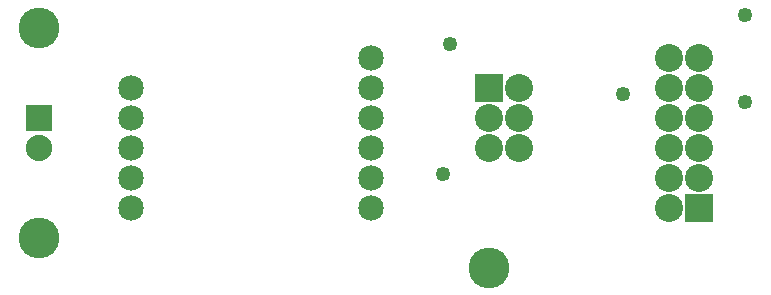
<source format=gbs>
G04 MADE WITH FRITZING*
G04 WWW.FRITZING.ORG*
G04 DOUBLE SIDED*
G04 HOLES PLATED*
G04 CONTOUR ON CENTER OF CONTOUR VECTOR*
%ASAXBY*%
%FSLAX23Y23*%
%MOIN*%
%OFA0B0*%
%SFA1.0B1.0*%
%ADD10C,0.088000*%
%ADD11C,0.093307*%
%ADD12C,0.085000*%
%ADD13C,0.049370*%
%ADD14C,0.135984*%
%ADD15R,0.088000X0.088000*%
%ADD16R,0.093307X0.093307*%
%LNMASK0*%
G90*
G70*
G54D10*
X172Y643D03*
X172Y543D03*
G54D11*
X2272Y343D03*
X2272Y443D03*
X2272Y543D03*
X2272Y643D03*
X2272Y743D03*
X2272Y843D03*
X2372Y343D03*
X2372Y443D03*
X2372Y543D03*
X2372Y643D03*
X2372Y743D03*
X2372Y843D03*
X1772Y743D03*
X1772Y643D03*
X1772Y543D03*
X1672Y743D03*
X1672Y643D03*
X1672Y543D03*
G54D12*
X1278Y843D03*
X1278Y743D03*
X1278Y643D03*
X1278Y543D03*
X1278Y443D03*
X1278Y343D03*
X478Y743D03*
X478Y643D03*
X478Y543D03*
X478Y443D03*
X478Y343D03*
G54D13*
X1542Y888D03*
X2118Y720D03*
X2526Y984D03*
X2526Y696D03*
X1518Y456D03*
G54D14*
X172Y943D03*
X172Y243D03*
X1672Y143D03*
G54D15*
X172Y643D03*
G54D16*
X2372Y343D03*
X1672Y743D03*
G04 End of Mask0*
M02*
</source>
